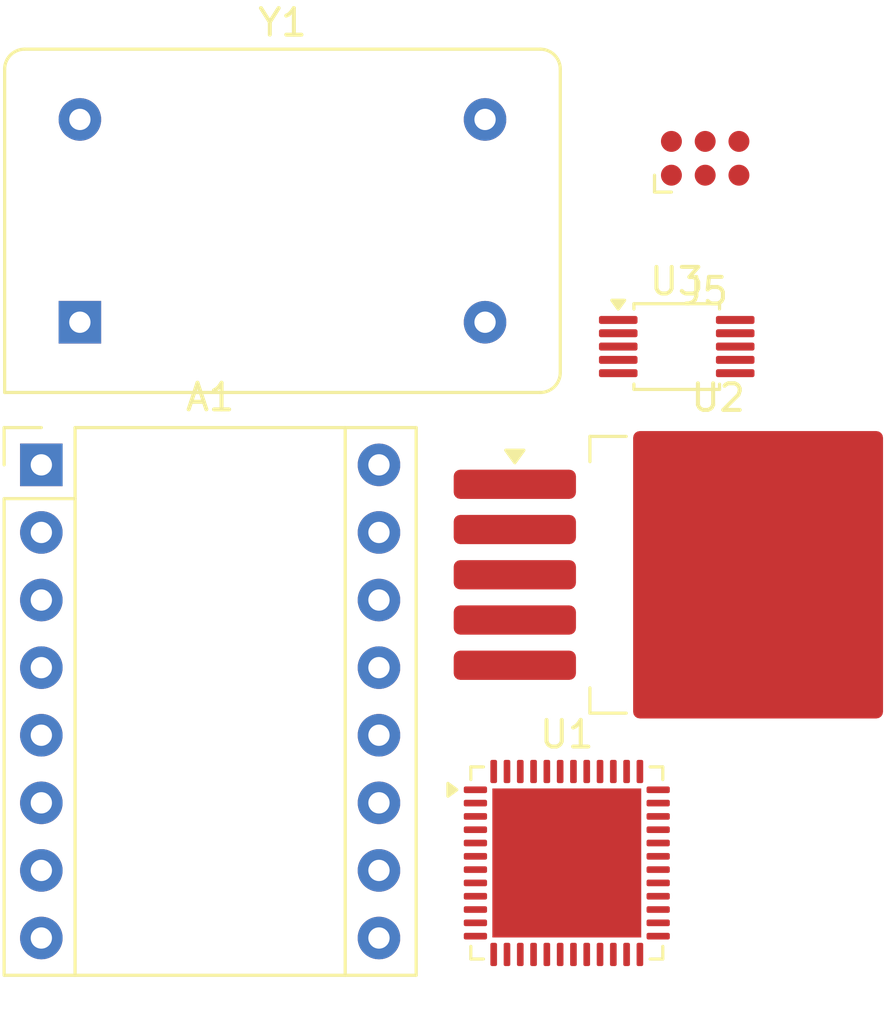
<source format=kicad_pcb>
(kicad_pcb (version 20241229) (generator "pcbnew") (generator_version "9.0")
  (layers (0 "F.Cu" signal) (2 "B.Cu" signal) (13 "F.Paste" user) (15 "B.Paste" user) (5 "F.SilkS" user "F.Silkscreen") (7 "B.SilkS" user "B.Silkscreen") (1 "F.Mask" user) (3 "B.Mask" user) (25 "Edge.Cuts" user))
  (net 0 "")
  (net 1 "+3V3")
  (net 2 "/MOT_A1")
  (net 3 "/DRV8825_DIR")
  (net 4 "/DRV8825_M2")
  (net 5 "GND")
  (net 6 "/MOT_B2")
  (net 7 "/DRV8825_STEP")
  (net 8 "+12V")
  (net 9 "/MOT_B1")
  (net 10 "/DRV8825_EN")
  (net 11 "/DRV8825_M1")
  (net 12 "/MOT_A2")
  (net 13 "/DRV8825_M0")
  (net 14 "/SWDIO")
  (net 16 "/SWNRST")
  (net 17 "/SWCLK")
  (net 19 "/SPI1_MOSI")
  (net 21 "/AS5600_DIR")
  (net 23 "/USB_OTG_D+")
  (net 24 "/USB_OTG_D-")
  (net 25 "/DRDY")
  (net 29 "/SPI1_SCLK")
  (net 31 "Net-(U1-BOOT0)")
  (net 43 "/SPI1_NSS")
  (net 44 "/SPI1_MISO")
  (net 46 "/RCC_OSC_IN")
  (net 47 "/I2C1_SCL")
  (net 51 "Net-(U2-FB)")
  (net 52 "Net-(U3-VIN+)")
  (net 54 "Net-(U3-VIN-)")
  (net 57 "/DELTA")
  (footprint "Package_SO:VSSOP-10_3x3mm_P0.5mm" (layer "F.Cu") (at 172.1975 99.345)
    (property "Reference" "U3" (at 0 -2.45 0) (layer "F.SilkS"))
    (property "Value" "INA226")
    (fp_line (start -1.61 -1.61) (end 1.61 -1.61) (stroke (width 0.12)) (layer "F.SilkS"))
    (fp_line (start -1.61 -1.41) (end -1.61 -1.61) (stroke (width 0.12)) (layer "F.SilkS"))
    (fp_line (start -1.61 1.61) (end -1.61 1.41) (stroke (width 0.12)) (layer "F.SilkS"))
    (fp_line (start 1.61 -1.61) (end 1.61 -1.41) (stroke (width 0.12)) (layer "F.SilkS"))
    (fp_line (start 1.61 1.41) (end 1.61 1.61) (stroke (width 0.12)) (layer "F.SilkS"))
    (fp_line (start 1.61 1.61) (end -1.61 1.61) (stroke (width 0.12)) (layer "F.SilkS"))
    (fp_poly (pts (xy -2.2 -1.41) (xy -2.44 -1.74) (xy -1.96 -1.74)) (stroke (width 0.12)) (fill yes) (layer "F.SilkS"))
    (pad "1" smd roundrect (at -2.2 -1) (size 1.45 0.3) (layers "F.Cu" "F.Mask" "F.Paste") (net 5 "GND"))
    (pad "2" smd roundrect (at -2.2 -0.5) (size 1.45 0.3) (layers "F.Cu" "F.Mask" "F.Paste") (net 5 "GND"))
    (pad "3" smd roundrect (at -2.2 0) (size 1.45 0.3) (layers "F.Cu" "F.Mask" "F.Paste"))
    (pad "4" smd roundrect (at -2.2 0.5) (size 1.45 0.3) (layers "F.Cu" "F.Mask" "F.Paste") (net 47 "/I2C1_SCL"))
    (pad "5" smd roundrect (at -2.2 1) (size 1.45 0.3) (layers "F.Cu" "F.Mask" "F.Paste") (net 47 "/I2C1_SCL"))
    (pad "6" smd roundrect (at 2.2 1) (size 1.45 0.3) (layers "F.Cu" "F.Mask" "F.Paste") (net 1 "+3V3"))
    (pad "7" smd roundrect (at 2.2 0.5) (size 1.45 0.3) (layers "F.Cu" "F.Mask" "F.Paste") (net 5 "GND"))
    (pad "8" smd roundrect (at 2.2 0) (size 1.45 0.3) (layers "F.Cu" "F.Mask" "F.Paste") (net 8 "+12V"))
    (pad "9" smd roundrect (at 2.2 -0.5) (size 1.45 0.3) (layers "F.Cu" "F.Mask" "F.Paste") (net 54 "Net-(U3-VIN-)"))
    (pad "10" smd roundrect (at 2.2 -1) (size 1.45 0.3) (layers "F.Cu" "F.Mask" "F.Paste") (net 52 "Net-(U3-VIN+)"))
  )
  (footprint "Oscillator:Oscillator_DIP-14" (layer "F.Cu") (at 149.7475 98.43)
    (property "Reference" "Y1" (at 7.62 -11.26 0) (layer "F.SilkS"))
    (property "Value" "ACO-25MHz")
    (fp_line (start -2.83 -9.51) (end -2.83 2.64) (stroke (width 0.12)) (layer "F.SilkS"))
    (fp_line (start -2.83 2.64) (end 17.32 2.64) (stroke (width 0.12)) (layer "F.SilkS"))
    (fp_line (start 17.32 -10.26) (end -2.08 -10.26) (stroke (width 0.12)) (layer "F.SilkS"))
    (fp_line (start 18.07 1.89) (end 18.07 -9.51) (stroke (width 0.12)) (layer "F.SilkS"))
    (fp_arc (start -2.83 -9.51) (mid -2.61033 -10.04033) (end -2.08 -10.26) (stroke (width 0.12)) (layer "F.SilkS"))
    (fp_arc (start 17.32 -10.26) (mid 17.85033 -10.04033) (end 18.07 -9.51) (stroke (width 0.12)) (layer "F.SilkS"))
    (fp_arc (start 18.07 1.89) (mid 17.85033 2.42033) (end 17.32 2.64) (stroke (width 0.12)) (layer "F.SilkS"))
    (pad "1" thru_hole rect (at 0 0) (size 1.6 1.6) (drill 0.8) (layers "*.Cu" "*.Mask"))
    (pad "7" thru_hole circle (at 15.24 0) (size 1.6 1.6) (drill 0.8) (layers "*.Cu" "*.Mask") (net 5 "GND"))
    (pad "8" thru_hole circle (at 15.24 -7.62) (size 1.6 1.6) (drill 0.8) (layers "*.Cu" "*.Mask") (net 46 "/RCC_OSC_IN"))
    (pad "14" thru_hole circle (at 0 -7.62) (size 1.6 1.6) (drill 0.8) (layers "*.Cu" "*.Mask") (net 1 "+3V3"))
  )
  (footprint "Package_DFN_QFN:QFN-48-1EP_7x7mm_P0.5mm_EP5.6x5.6mm" (layer "F.Cu") (at 168.0625 118.75)
    (property "Reference" "U1" (at 0 -4.83 0) (layer "F.SilkS"))
    (property "Value" "STM32F411CEUx")
    (fp_line (start -3.61 -3.61) (end -3.135 -3.61) (stroke (width 0.12)) (layer "F.SilkS"))
    (fp_line (start -3.61 -3.135) (end -3.61 -3.61) (stroke (width 0.12)) (layer "F.SilkS"))
    (fp_line (start -3.61 3.61) (end -3.61 3.135) (stroke (width 0.12)) (layer "F.SilkS"))
    (fp_line (start -3.135 3.61) (end -3.61 3.61) (stroke (width 0.12)) (layer "F.SilkS"))
    (fp_line (start 3.135 -3.61) (end 3.61 -3.61) (stroke (width 0.12)) (layer "F.SilkS"))
    (fp_line (start 3.61 -3.61) (end 3.61 -3.135) (stroke (width 0.12)) (layer "F.SilkS"))
    (fp_line (start 3.61 3.135) (end 3.61 3.61) (stroke (width 0.12)) (layer "F.SilkS"))
    (fp_line (start 3.61 3.61) (end 3.135 3.61) (stroke (width 0.12)) (layer "F.SilkS"))
    (fp_poly (pts (xy -4.14 -2.75) (xy -4.47 -2.51) (xy -4.47 -2.99)) (stroke (width 0.12)) (fill yes) (layer "F.SilkS"))
    (pad "1" smd roundrect (at -3.4375 -2.75) (size 0.875 0.25) (layers "F.Cu" "F.Mask" "F.Paste"))
    (pad "2" smd roundrect (at -3.4375 -2.25) (size 0.875 0.25) (layers "F.Cu" "F.Mask" "F.Paste"))
    (pad "3" smd roundrect (at -3.4375 -1.75) (size 0.875 0.25) (layers "F.Cu" "F.Mask" "F.Paste"))
    (pad "4" smd roundrect (at -3.4375 -1.25) (size 0.875 0.25) (layers "F.Cu" "F.Mask" "F.Paste"))
    (pad "5" smd roundrect (at -3.4375 -0.75) (size 0.875 0.25) (layers "F.Cu" "F.Mask" "F.Paste") (net 46 "/RCC_OSC_IN"))
    (pad "6" smd roundrect (at -3.4375 -0.25) (size 0.875 0.25) (layers "F.Cu" "F.Mask" "F.Paste"))
    (pad "7" smd roundrect (at -3.4375 0.25) (size 0.875 0.25) (layers "F.Cu" "F.Mask" "F.Paste") (net 16 "/SWNRST"))
    (pad "8" smd roundrect (at -3.4375 0.75) (size 0.875 0.25) (layers "F.Cu" "F.Mask" "F.Paste"))
    (pad "9" smd roundrect (at -3.4375 1.25) (size 0.875 0.25) (layers "F.Cu" "F.Mask" "F.Paste"))
    (pad "10" smd roundrect (at -3.4375 1.75) (size 0.875 0.25) (layers "F.Cu" "F.Mask" "F.Paste"))
    (pad "11" smd roundrect (at -3.4375 2.25) (size 0.875 0.25) (layers "F.Cu" "F.Mask" "F.Paste"))
    (pad "12" smd roundrect (at -3.4375 2.75) (size 0.875 0.25) (layers "F.Cu" "F.Mask" "F.Paste") (net 43 "/SPI1_NSS"))
    (pad "13" smd roundrect (at -2.75 3.4375) (size 0.25 0.875) (layers "F.Cu" "F.Mask" "F.Paste") (net 25 "/DRDY"))
    (pad "14" smd roundrect (at -2.25 3.4375) (size 0.25 0.875) (layers "F.Cu" "F.Mask" "F.Paste") (net 57 "/DELTA"))
    (pad "15" smd roundrect (at -1.75 3.4375) (size 0.25 0.875) (layers "F.Cu" "F.Mask" "F.Paste") (net 29 "/SPI1_SCLK"))
    (pad "16" smd roundrect (at -1.25 3.4375) (size 0.25 0.875) (layers "F.Cu" "F.Mask" "F.Paste") (net 44 "/SPI1_MISO"))
    (pad "17" smd roundrect (at -0.75 3.4375) (size 0.25 0.875) (layers "F.Cu" "F.Mask" "F.Paste") (net 19 "/SPI1_MOSI"))
    (pad "18" smd roundrect (at -0.25 3.4375) (size 0.25 0.875) (layers "F.Cu" "F.Mask" "F.Paste") (net 10 "/DRV8825_EN"))
    (pad "19" smd roundrect (at 0.25 3.4375) (size 0.25 0.875) (layers "F.Cu" "F.Mask" "F.Paste") (net 3 "/DRV8825_DIR"))
    (pad "20" smd roundrect (at 0.75 3.4375) (size 0.25 0.875) (layers "F.Cu" "F.Mask" "F.Paste") (net 7 "/DRV8825_STEP"))
    (pad "21" smd roundrect (at 1.25 3.4375) (size 0.25 0.875) (layers "F.Cu" "F.Mask" "F.Paste") (net 21 "/AS5600_DIR"))
    (pad "22" smd roundrect (at 1.75 3.4375) (size 0.25 0.875) (layers "F.Cu" "F.Mask" "F.Paste"))
    (pad "23" smd roundrect (at 2.25 3.4375) (size 0.25 0.875) (layers "F.Cu" "F.Mask" "F.Paste") (net 5 "GND"))
    (pad "24" smd roundrect (at 2.75 3.4375) (size 0.25 0.875) (layers "F.Cu" "F.Mask" "F.Paste") (net 1 "+3V3"))
    (pad "25" smd roundrect (at 3.4375 2.75) (size 0.875 0.25) (layers "F.Cu" "F.Mask" "F.Paste"))
    (pad "26" smd roundrect (at 3.4375 2.25) (size 0.875 0.25) (layers "F.Cu" "F.Mask" "F.Paste"))
    (pad "27" smd roundrect (at 3.4375 1.75) (size 0.875 0.25) (layers "F.Cu" "F.Mask" "F.Paste"))
    (pad "28" smd roundrect (at 3.4375 1.25) (size 0.875 0.25) (layers "F.Cu" "F.Mask" "F.Paste"))
    (pad "29" smd roundrect (at 3.4375 0.75) (size 0.875 0.25) (layers "F.Cu" "F.Mask" "F.Paste"))
    (pad "30" smd roundrect (at 3.4375 0.25) (size 0.875 0.25) (layers "F.Cu" "F.Mask" "F.Paste"))
    (pad "31" smd roundrect (at 3.4375 -0.25) (size 0.875 0.25) (layers "F.Cu" "F.Mask" "F.Paste"))
    (pad "32" smd roundrect (at 3.4375 -0.75) (size 0.875 0.25) (layers "F.Cu" "F.Mask" "F.Paste") (net 24 "/USB_OTG_D-"))
    (pad "33" smd roundrect (at 3.4375 -1.25) (size 0.875 0.25) (layers "F.Cu" "F.Mask" "F.Paste") (net 23 "/USB_OTG_D+"))
    (pad "34" smd roundrect (at 3.4375 -1.75) (size 0.875 0.25) (layers "F.Cu" "F.Mask" "F.Paste") (net 14 "/SWDIO"))
    (pad "35" smd roundrect (at 3.4375 -2.25) (size 0.875 0.25) (layers "F.Cu" "F.Mask" "F.Paste") (net 5 "GND"))
    (pad "36" smd roundrect (at 3.4375 -2.75) (size 0.875 0.25) (layers "F.Cu" "F.Mask" "F.Paste"))
    (pad "37" smd roundrect (at 2.75 -3.4375) (size 0.25 0.875) (layers "F.Cu" "F.Mask" "F.Paste") (net 17 "/SWCLK"))
    (pad "38" smd roundrect (at 2.25 -3.4375) (size 0.25 0.875) (layers "F.Cu" "F.Mask" "F.Paste"))
    (pad "39" smd roundrect (at 1.75 -3.4375) (size 0.25 0.875) (layers "F.Cu" "F.Mask" "F.Paste") (net 4 "/DRV8825_M2"))
    (pad "40" smd roundrect (at 1.25 -3.4375) (size 0.25 0.875) (layers "F.Cu" "F.Mask" "F.Paste") (net 11 "/DRV8825_M1"))
    (pad "41" smd roundrect (at 0.75 -3.4375) (size 0.25 0.875) (layers "F.Cu" "F.Mask" "F.Paste") (net 13 "/DRV8825_M0"))
    (pad "42" smd roundrect (at 0.25 -3.4375) (size 0.25 0.875) (layers "F.Cu" "F.Mask" "F.Paste"))
    (pad "43" smd roundrect (at -0.25 -3.4375) (size 0.25 0.875) (layers "F.Cu" "F.Mask" "F.Paste"))
    (pad "44" smd roundrect (at -0.75 -3.4375) (size 0.25 0.875) (layers "F.Cu" "F.Mask" "F.Paste") (net 31 "Net-(U1-BOOT0)"))
    (pad "45" smd roundrect (at -1.25 -3.4375) (size 0.25 0.875) (layers "F.Cu" "F.Mask" "F.Paste") (net 47 "/I2C1_SCL"))
    (pad "46" smd roundrect (at -1.75 -3.4375) (size 0.25 0.875) (layers "F.Cu" "F.Mask" "F.Paste") (net 47 "/I2C1_SCL"))
    (pad "47" smd roundrect (at -2.25 -3.4375) (size 0.25 0.875) (layers "F.Cu" "F.Mask" "F.Paste") (net 5 "GND"))
    (pad "48" smd roundrect (at -2.75 -3.4375) (size 0.25 0.875) (layers "F.Cu" "F.Mask" "F.Paste"))
    (pad "49" smd rect (at 0 0) (size 5.6 5.6) (property pad_prop_heatsink) (layers "F.Cu" "F.Mask") (net 5 "GND"))
  )
  (footprint "Connector:Tag-Connect_TC2030-IDC-FP_2x03_P1.27mm_Vertical" (layer "F.Cu") (at 173.2675 92.27)
    (property "Reference" "J5" (at 0 5 0) (layer "F.SilkS"))
    (property "Value" "ARM_SWD_TC2030")
    (fp_line (start -1.905 1.27) (end -1.905 0.635) (stroke (width 0.12)) (layer "F.SilkS"))
    (fp_line (start -1.27 1.27) (end -1.905 1.27) (stroke (width 0.12)) (layer "F.SilkS"))
    (pad "" np_thru_hole circle (at -2.54 -2.54) (size 2.3749 2.3749) (drill 2.3749) (layers "*.Cu" "*.Mask"))
    (pad "" np_thru_hole circle (at -2.54 0) (size 0.9906 0.9906) (drill 0.9906) (layers "*.Cu" "*.Mask"))
    (pad "" np_thru_hole circle (at -2.54 2.54) (size 2.3749 2.3749) (drill 2.3749) (layers "*.Cu" "*.Mask"))
    (pad "" np_thru_hole circle (at 0.635 -2.54) (size 2.3749 2.3749) (drill 2.3749) (layers "*.Cu" "*.Mask"))
    (pad "" np_thru_hole circle (at 0.635 2.54) (size 2.3749 2.3749) (drill 2.3749) (layers "*.Cu" "*.Mask"))
    (pad "" np_thru_hole circle (at 2.54 -1.016) (size 0.9906 0.9906) (drill 0.9906) (layers "*.Cu" "*.Mask"))
    (pad "" np_thru_hole circle (at 2.54 1.016) (size 0.9906 0.9906) (drill 0.9906) (layers "*.Cu" "*.Mask"))
    (pad "1" connect circle (at -1.27 0.635) (size 0.7874 0.7874) (layers "F.Cu" "F.Mask") (net 1 "+3V3"))
    (pad "2" connect circle (at -1.27 -0.635) (size 0.7874 0.7874) (layers "F.Cu" "F.Mask") (net 14 "/SWDIO"))
    (pad "3" connect circle (at 0 0.635) (size 0.7874 0.7874) (layers "F.Cu" "F.Mask") (net 16 "/SWNRST"))
    (pad "4" connect circle (at 0 -0.635) (size 0.7874 0.7874) (layers "F.Cu" "F.Mask") (net 17 "/SWCLK"))
    (pad "5" connect circle (at 1.27 0.635) (size 0.7874 0.7874) (layers "F.Cu" "F.Mask") (net 5 "GND"))
    (pad "6" connect circle (at 1.27 -0.635) (size 0.7874 0.7874) (layers "F.Cu" "F.Mask"))
  )
  (footprint "Module:Pololu_Breakout-16_15.2x20.3mm" (layer "F.Cu") (at 148.2975 103.79)
    (property "Reference" "A1" (at 6.35 -2.54 0) (layer "F.SilkS"))
    (property "Value" "DRV8825")
    (fp_line (start -1.4 -1.4) (end -1.4 0) (stroke (width 0.12)) (layer "F.SilkS"))
    (fp_line (start -1.4 1.27) (end -1.4 19.18) (stroke (width 0.12)) (layer "F.SilkS"))
    (fp_line (start -1.4 19.18) (end 14.1 19.18) (stroke (width 0.12)) (layer "F.SilkS"))
    (fp_line (start 0 -1.4) (end -1.4 -1.4) (stroke (width 0.12)) (layer "F.SilkS"))
    (fp_line (start 1.27 -1.4) (end 1.27 1.27) (stroke (width 0.12)) (layer "F.SilkS"))
    (fp_line (start 1.27 1.27) (end -1.4 1.27) (stroke (width 0.12)) (layer "F.SilkS"))
    (fp_line (start 1.27 1.27) (end 1.27 19.18) (stroke (width 0.12)) (layer "F.SilkS"))
    (fp_line (start 11.43 -1.4) (end 11.43 19.18) (stroke (width 0.12)) (layer "F.SilkS"))
    (fp_line (start 14.1 -1.4) (end 1.27 -1.4) (stroke (width 0.12)) (layer "F.SilkS"))
    (fp_line (start 14.1 19.18) (end 14.1 -1.4) (stroke (width 0.12)) (layer "F.SilkS"))
    (pad "1" thru_hole rect (at 0 0) (size 1.6 1.6) (drill 0.8) (layers "*.Cu" "*.Mask") (net 5 "GND"))
    (pad "2" thru_hole oval (at 0 2.54) (size 1.6 1.6) (drill 0.8) (layers "*.Cu" "*.Mask"))
    (pad "3" thru_hole oval (at 0 5.08) (size 1.6 1.6) (drill 0.8) (layers "*.Cu" "*.Mask") (net 12 "/MOT_A2"))
    (pad "4" thru_hole oval (at 0 7.62) (size 1.6 1.6) (drill 0.8) (layers "*.Cu" "*.Mask") (net 2 "/MOT_A1"))
    (pad "5" thru_hole oval (at 0 10.16) (size 1.6 1.6) (drill 0.8) (layers "*.Cu" "*.Mask") (net 9 "/MOT_B1"))
    (pad "6" thru_hole oval (at 0 12.7) (size 1.6 1.6) (drill 0.8) (layers "*.Cu" "*.Mask") (net 6 "/MOT_B2"))
    (pad "7" thru_hole oval (at 0 15.24) (size 1.6 1.6) (drill 0.8) (layers "*.Cu" "*.Mask") (net 5 "GND"))
    (pad "8" thru_hole oval (at 0 17.78) (size 1.6 1.6) (drill 0.8) (layers "*.Cu" "*.Mask") (net 8 "+12V"))
    (pad "9" thru_hole oval (at 12.7 17.78) (size 1.6 1.6) (drill 0.8) (layers "*.Cu" "*.Mask") (net 10 "/DRV8825_EN"))
    (pad "10" thru_hole oval (at 12.7 15.24) (size 1.6 1.6) (drill 0.8) (layers "*.Cu" "*.Mask") (net 13 "/DRV8825_M0"))
    (pad "11" thru_hole oval (at 12.7 12.7) (size 1.6 1.6) (drill 0.8) (layers "*.Cu" "*.Mask") (net 11 "/DRV8825_M1"))
    (pad "12" thru_hole oval (at 12.7 10.16) (size 1.6 1.6) (drill 0.8) (layers "*.Cu" "*.Mask") (net 4 "/DRV8825_M2"))
    (pad "13" thru_hole oval (at 12.7 7.62) (size 1.6 1.6) (drill 0.8) (layers "*.Cu" "*.Mask") (net 1 "+3V3"))
    (pad "14" thru_hole oval (at 12.7 5.08) (size 1.6 1.6) (drill 0.8) (layers "*.Cu" "*.Mask") (net 1 "+3V3"))
    (pad "15" thru_hole oval (at 12.7 2.54) (size 1.6 1.6) (drill 0.8) (layers "*.Cu" "*.Mask") (net 7 "/DRV8825_STEP"))
    (pad "16" thru_hole oval (at 12.7 0) (size 1.6 1.6) (drill 0.8) (layers "*.Cu" "*.Mask") (net 3 "/DRV8825_DIR"))
  )
  (footprint "Package_TO_SOT_SMD:TO-263-5_TabPin3" (layer "F.Cu") (at 173.7575 107.92)
    (property "Reference" "U2" (at 0 -6.65 0) (layer "F.SilkS"))
    (property "Value" "LM2596S-3.3")
    (fp_line (start -4.825 -5.2) (end -4.825 -4.25) (stroke (width 0.12)) (layer "F.SilkS"))
    (fp_line (start -4.825 5.2) (end -4.825 4.25) (stroke (width 0.12)) (layer "F.SilkS"))
    (fp_line (start -3.46 -5.2) (end -4.825 -5.2) (stroke (width 0.12)) (layer "F.SilkS"))
    (fp_line (start -3.46 5.2) (end -4.825 5.2) (stroke (width 0.12)) (layer "F.SilkS"))
    (fp_poly (pts (xy -7.65 -4.21) (xy -7.99 -4.68) (xy -7.31 -4.68)) (stroke (width 0.12)) (fill yes) (layer "F.SilkS"))
    (pad "1" smd roundrect (at -7.65 -3.4) (size 4.6 1.1) (layers "F.Cu" "F.Mask" "F.Paste") (roundrect_rratio 0.227273) (net 8 "+12V"))
    (pad "2" smd roundrect (at -7.65 -1.7) (size 4.6 1.1) (layers "F.Cu" "F.Mask" "F.Paste") (roundrect_rratio 0.227273) (net 1 "+3V3"))
    (pad "3" smd roundrect (at -7.65 0) (size 4.6 1.1) (layers "F.Cu" "F.Mask" "F.Paste") (roundrect_rratio 0.227273) (net 5 "GND"))
    (pad "3" smd roundrect (at 1.5 0) (size 9.4 10.8) (layers "F.Cu" "F.Mask") (roundrect_rratio 0.026596) (net 5 "GND"))
    (pad "4" smd roundrect (at -7.65 1.7) (size 4.6 1.1) (layers "F.Cu" "F.Mask" "F.Paste") (roundrect_rratio 0.227273) (net 51 "Net-(U2-FB)"))
    (pad "5" smd roundrect (at -7.65 3.4) (size 4.6 1.1) (layers "F.Cu" "F.Mask" "F.Paste") (roundrect_rratio 0.227273) (net 5 "GND"))
  )
)
</source>
